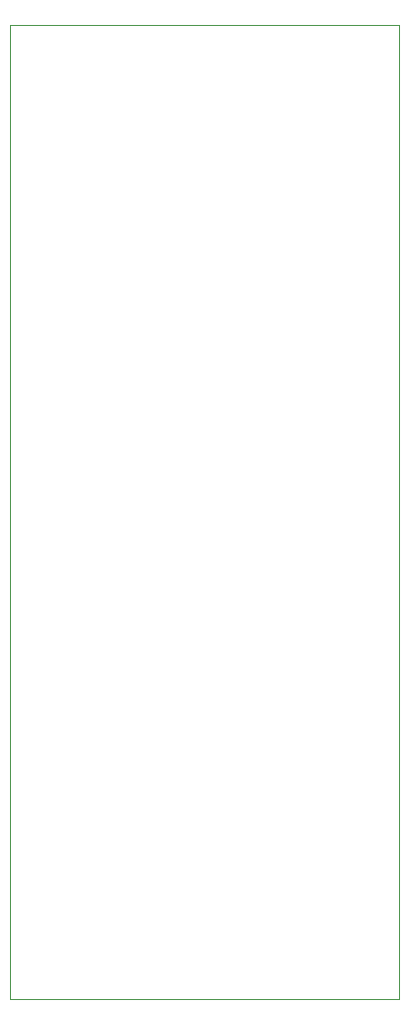
<source format=gbr>
G04 #@! TF.GenerationSoftware,KiCad,Pcbnew,(5.1.4)-1*
G04 #@! TF.CreationDate,2020-11-11T12:39:36-07:00*
G04 #@! TF.ProjectId,ABSIS_Solenoid_Driver_Accessory,41425349-535f-4536-9f6c-656e6f69645f,1*
G04 #@! TF.SameCoordinates,Original*
G04 #@! TF.FileFunction,Profile,NP*
%FSLAX46Y46*%
G04 Gerber Fmt 4.6, Leading zero omitted, Abs format (unit mm)*
G04 Created by KiCad (PCBNEW (5.1.4)-1) date 2020-11-11 12:39:36*
%MOMM*%
%LPD*%
G04 APERTURE LIST*
%ADD10C,0.100000*%
G04 APERTURE END LIST*
D10*
X163830000Y-48260000D02*
X130810000Y-48260000D01*
X163830000Y-130810000D02*
X163830000Y-48260000D01*
X130810000Y-130810000D02*
X163830000Y-130810000D01*
X130810000Y-48260000D02*
X130810000Y-130810000D01*
M02*

</source>
